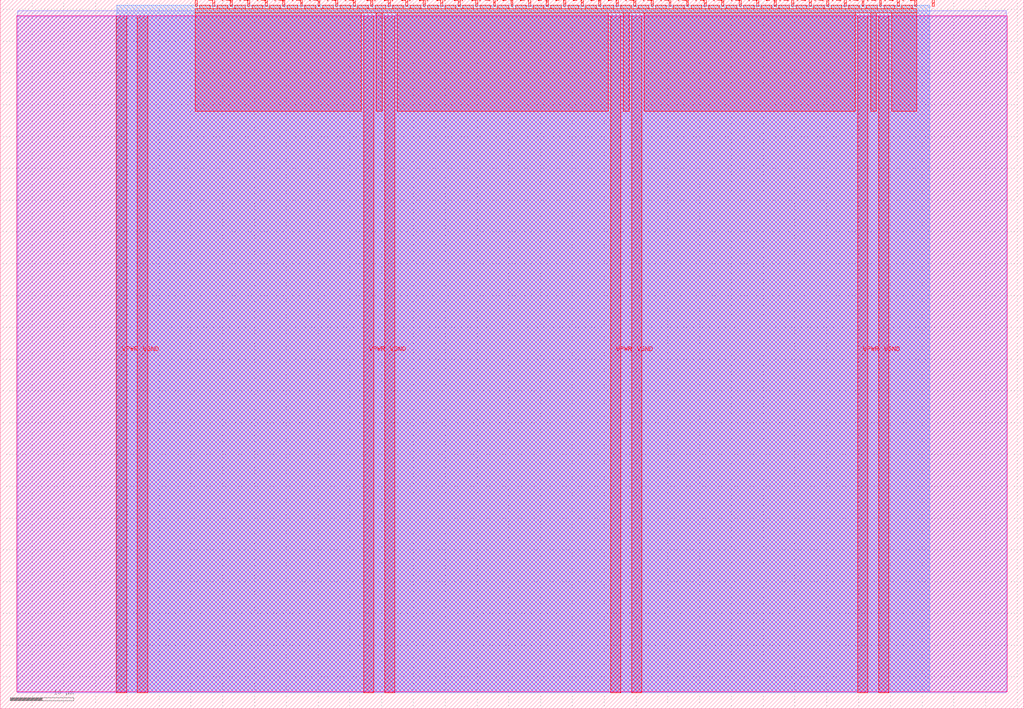
<source format=lef>
VERSION 5.7 ;
  NOWIREEXTENSIONATPIN ON ;
  DIVIDERCHAR "/" ;
  BUSBITCHARS "[]" ;
MACRO tt_um_wokwi_414120509472942081
  CLASS BLOCK ;
  FOREIGN tt_um_wokwi_414120509472942081 ;
  ORIGIN 0.000 0.000 ;
  SIZE 161.000 BY 111.520 ;
  PIN VGND
    DIRECTION INOUT ;
    USE GROUND ;
    PORT
      LAYER met4 ;
        RECT 21.580 2.480 23.180 109.040 ;
    END
    PORT
      LAYER met4 ;
        RECT 60.450 2.480 62.050 109.040 ;
    END
    PORT
      LAYER met4 ;
        RECT 99.320 2.480 100.920 109.040 ;
    END
    PORT
      LAYER met4 ;
        RECT 138.190 2.480 139.790 109.040 ;
    END
  END VGND
  PIN VPWR
    DIRECTION INOUT ;
    USE POWER ;
    PORT
      LAYER met4 ;
        RECT 18.280 2.480 19.880 109.040 ;
    END
    PORT
      LAYER met4 ;
        RECT 57.150 2.480 58.750 109.040 ;
    END
    PORT
      LAYER met4 ;
        RECT 96.020 2.480 97.620 109.040 ;
    END
    PORT
      LAYER met4 ;
        RECT 134.890 2.480 136.490 109.040 ;
    END
  END VPWR
  PIN clk
    DIRECTION INPUT ;
    USE SIGNAL ;
    ANTENNAGATEAREA 0.495000 ;
    PORT
      LAYER met4 ;
        RECT 143.830 110.520 144.130 111.520 ;
    END
  END clk
  PIN ena
    DIRECTION INPUT ;
    USE SIGNAL ;
    PORT
      LAYER met4 ;
        RECT 146.590 110.520 146.890 111.520 ;
    END
  END ena
  PIN rst_n
    DIRECTION INPUT ;
    USE SIGNAL ;
    ANTENNAGATEAREA 0.196500 ;
    PORT
      LAYER met4 ;
        RECT 141.070 110.520 141.370 111.520 ;
    END
  END rst_n
  PIN ui_in[0]
    DIRECTION INPUT ;
    USE SIGNAL ;
    ANTENNAGATEAREA 0.196500 ;
    PORT
      LAYER met4 ;
        RECT 138.310 110.520 138.610 111.520 ;
    END
  END ui_in[0]
  PIN ui_in[1]
    DIRECTION INPUT ;
    USE SIGNAL ;
    ANTENNAGATEAREA 0.196500 ;
    PORT
      LAYER met4 ;
        RECT 135.550 110.520 135.850 111.520 ;
    END
  END ui_in[1]
  PIN ui_in[2]
    DIRECTION INPUT ;
    USE SIGNAL ;
    ANTENNAGATEAREA 0.196500 ;
    PORT
      LAYER met4 ;
        RECT 132.790 110.520 133.090 111.520 ;
    END
  END ui_in[2]
  PIN ui_in[3]
    DIRECTION INPUT ;
    USE SIGNAL ;
    ANTENNAGATEAREA 0.196500 ;
    PORT
      LAYER met4 ;
        RECT 130.030 110.520 130.330 111.520 ;
    END
  END ui_in[3]
  PIN ui_in[4]
    DIRECTION INPUT ;
    USE SIGNAL ;
    ANTENNAGATEAREA 0.196500 ;
    PORT
      LAYER met4 ;
        RECT 127.270 110.520 127.570 111.520 ;
    END
  END ui_in[4]
  PIN ui_in[5]
    DIRECTION INPUT ;
    USE SIGNAL ;
    ANTENNAGATEAREA 0.196500 ;
    PORT
      LAYER met4 ;
        RECT 124.510 110.520 124.810 111.520 ;
    END
  END ui_in[5]
  PIN ui_in[6]
    DIRECTION INPUT ;
    USE SIGNAL ;
    ANTENNAGATEAREA 0.196500 ;
    PORT
      LAYER met4 ;
        RECT 121.750 110.520 122.050 111.520 ;
    END
  END ui_in[6]
  PIN ui_in[7]
    DIRECTION INPUT ;
    USE SIGNAL ;
    ANTENNAGATEAREA 0.196500 ;
    PORT
      LAYER met4 ;
        RECT 118.990 110.520 119.290 111.520 ;
    END
  END ui_in[7]
  PIN uio_in[0]
    DIRECTION INPUT ;
    USE SIGNAL ;
    PORT
      LAYER met4 ;
        RECT 116.230 110.520 116.530 111.520 ;
    END
  END uio_in[0]
  PIN uio_in[1]
    DIRECTION INPUT ;
    USE SIGNAL ;
    PORT
      LAYER met4 ;
        RECT 113.470 110.520 113.770 111.520 ;
    END
  END uio_in[1]
  PIN uio_in[2]
    DIRECTION INPUT ;
    USE SIGNAL ;
    PORT
      LAYER met4 ;
        RECT 110.710 110.520 111.010 111.520 ;
    END
  END uio_in[2]
  PIN uio_in[3]
    DIRECTION INPUT ;
    USE SIGNAL ;
    PORT
      LAYER met4 ;
        RECT 107.950 110.520 108.250 111.520 ;
    END
  END uio_in[3]
  PIN uio_in[4]
    DIRECTION INPUT ;
    USE SIGNAL ;
    PORT
      LAYER met4 ;
        RECT 105.190 110.520 105.490 111.520 ;
    END
  END uio_in[4]
  PIN uio_in[5]
    DIRECTION INPUT ;
    USE SIGNAL ;
    PORT
      LAYER met4 ;
        RECT 102.430 110.520 102.730 111.520 ;
    END
  END uio_in[5]
  PIN uio_in[6]
    DIRECTION INPUT ;
    USE SIGNAL ;
    PORT
      LAYER met4 ;
        RECT 99.670 110.520 99.970 111.520 ;
    END
  END uio_in[6]
  PIN uio_in[7]
    DIRECTION INPUT ;
    USE SIGNAL ;
    PORT
      LAYER met4 ;
        RECT 96.910 110.520 97.210 111.520 ;
    END
  END uio_in[7]
  PIN uio_oe[0]
    DIRECTION OUTPUT ;
    USE SIGNAL ;
    PORT
      LAYER met4 ;
        RECT 49.990 110.520 50.290 111.520 ;
    END
  END uio_oe[0]
  PIN uio_oe[1]
    DIRECTION OUTPUT ;
    USE SIGNAL ;
    PORT
      LAYER met4 ;
        RECT 47.230 110.520 47.530 111.520 ;
    END
  END uio_oe[1]
  PIN uio_oe[2]
    DIRECTION OUTPUT ;
    USE SIGNAL ;
    PORT
      LAYER met4 ;
        RECT 44.470 110.520 44.770 111.520 ;
    END
  END uio_oe[2]
  PIN uio_oe[3]
    DIRECTION OUTPUT ;
    USE SIGNAL ;
    PORT
      LAYER met4 ;
        RECT 41.710 110.520 42.010 111.520 ;
    END
  END uio_oe[3]
  PIN uio_oe[4]
    DIRECTION OUTPUT ;
    USE SIGNAL ;
    PORT
      LAYER met4 ;
        RECT 38.950 110.520 39.250 111.520 ;
    END
  END uio_oe[4]
  PIN uio_oe[5]
    DIRECTION OUTPUT ;
    USE SIGNAL ;
    PORT
      LAYER met4 ;
        RECT 36.190 110.520 36.490 111.520 ;
    END
  END uio_oe[5]
  PIN uio_oe[6]
    DIRECTION OUTPUT ;
    USE SIGNAL ;
    PORT
      LAYER met4 ;
        RECT 33.430 110.520 33.730 111.520 ;
    END
  END uio_oe[6]
  PIN uio_oe[7]
    DIRECTION OUTPUT ;
    USE SIGNAL ;
    PORT
      LAYER met4 ;
        RECT 30.670 110.520 30.970 111.520 ;
    END
  END uio_oe[7]
  PIN uio_out[0]
    DIRECTION OUTPUT ;
    USE SIGNAL ;
    PORT
      LAYER met4 ;
        RECT 72.070 110.520 72.370 111.520 ;
    END
  END uio_out[0]
  PIN uio_out[1]
    DIRECTION OUTPUT ;
    USE SIGNAL ;
    PORT
      LAYER met4 ;
        RECT 69.310 110.520 69.610 111.520 ;
    END
  END uio_out[1]
  PIN uio_out[2]
    DIRECTION OUTPUT ;
    USE SIGNAL ;
    PORT
      LAYER met4 ;
        RECT 66.550 110.520 66.850 111.520 ;
    END
  END uio_out[2]
  PIN uio_out[3]
    DIRECTION OUTPUT ;
    USE SIGNAL ;
    PORT
      LAYER met4 ;
        RECT 63.790 110.520 64.090 111.520 ;
    END
  END uio_out[3]
  PIN uio_out[4]
    DIRECTION OUTPUT ;
    USE SIGNAL ;
    PORT
      LAYER met4 ;
        RECT 61.030 110.520 61.330 111.520 ;
    END
  END uio_out[4]
  PIN uio_out[5]
    DIRECTION OUTPUT ;
    USE SIGNAL ;
    PORT
      LAYER met4 ;
        RECT 58.270 110.520 58.570 111.520 ;
    END
  END uio_out[5]
  PIN uio_out[6]
    DIRECTION OUTPUT ;
    USE SIGNAL ;
    PORT
      LAYER met4 ;
        RECT 55.510 110.520 55.810 111.520 ;
    END
  END uio_out[6]
  PIN uio_out[7]
    DIRECTION OUTPUT ;
    USE SIGNAL ;
    PORT
      LAYER met4 ;
        RECT 52.750 110.520 53.050 111.520 ;
    END
  END uio_out[7]
  PIN uo_out[0]
    DIRECTION OUTPUT ;
    USE SIGNAL ;
    ANTENNADIFFAREA 0.445500 ;
    PORT
      LAYER met4 ;
        RECT 94.150 110.520 94.450 111.520 ;
    END
  END uo_out[0]
  PIN uo_out[1]
    DIRECTION OUTPUT ;
    USE SIGNAL ;
    ANTENNADIFFAREA 0.795200 ;
    PORT
      LAYER met4 ;
        RECT 91.390 110.520 91.690 111.520 ;
    END
  END uo_out[1]
  PIN uo_out[2]
    DIRECTION OUTPUT ;
    USE SIGNAL ;
    ANTENNADIFFAREA 0.795200 ;
    PORT
      LAYER met4 ;
        RECT 88.630 110.520 88.930 111.520 ;
    END
  END uo_out[2]
  PIN uo_out[3]
    DIRECTION OUTPUT ;
    USE SIGNAL ;
    ANTENNADIFFAREA 0.795200 ;
    PORT
      LAYER met4 ;
        RECT 85.870 110.520 86.170 111.520 ;
    END
  END uo_out[3]
  PIN uo_out[4]
    DIRECTION OUTPUT ;
    USE SIGNAL ;
    PORT
      LAYER met4 ;
        RECT 83.110 110.520 83.410 111.520 ;
    END
  END uo_out[4]
  PIN uo_out[5]
    DIRECTION OUTPUT ;
    USE SIGNAL ;
    PORT
      LAYER met4 ;
        RECT 80.350 110.520 80.650 111.520 ;
    END
  END uo_out[5]
  PIN uo_out[6]
    DIRECTION OUTPUT ;
    USE SIGNAL ;
    PORT
      LAYER met4 ;
        RECT 77.590 110.520 77.890 111.520 ;
    END
  END uo_out[6]
  PIN uo_out[7]
    DIRECTION OUTPUT ;
    USE SIGNAL ;
    PORT
      LAYER met4 ;
        RECT 74.830 110.520 75.130 111.520 ;
    END
  END uo_out[7]
  OBS
      LAYER nwell ;
        RECT 2.570 2.635 158.430 108.990 ;
      LAYER li1 ;
        RECT 2.760 2.635 158.240 108.885 ;
      LAYER met1 ;
        RECT 2.760 2.480 158.240 109.780 ;
      LAYER met2 ;
        RECT 18.310 2.535 146.190 110.685 ;
      LAYER met3 ;
        RECT 18.290 2.555 146.215 110.665 ;
      LAYER met4 ;
        RECT 31.370 110.120 33.030 110.665 ;
        RECT 34.130 110.120 35.790 110.665 ;
        RECT 36.890 110.120 38.550 110.665 ;
        RECT 39.650 110.120 41.310 110.665 ;
        RECT 42.410 110.120 44.070 110.665 ;
        RECT 45.170 110.120 46.830 110.665 ;
        RECT 47.930 110.120 49.590 110.665 ;
        RECT 50.690 110.120 52.350 110.665 ;
        RECT 53.450 110.120 55.110 110.665 ;
        RECT 56.210 110.120 57.870 110.665 ;
        RECT 58.970 110.120 60.630 110.665 ;
        RECT 61.730 110.120 63.390 110.665 ;
        RECT 64.490 110.120 66.150 110.665 ;
        RECT 67.250 110.120 68.910 110.665 ;
        RECT 70.010 110.120 71.670 110.665 ;
        RECT 72.770 110.120 74.430 110.665 ;
        RECT 75.530 110.120 77.190 110.665 ;
        RECT 78.290 110.120 79.950 110.665 ;
        RECT 81.050 110.120 82.710 110.665 ;
        RECT 83.810 110.120 85.470 110.665 ;
        RECT 86.570 110.120 88.230 110.665 ;
        RECT 89.330 110.120 90.990 110.665 ;
        RECT 92.090 110.120 93.750 110.665 ;
        RECT 94.850 110.120 96.510 110.665 ;
        RECT 97.610 110.120 99.270 110.665 ;
        RECT 100.370 110.120 102.030 110.665 ;
        RECT 103.130 110.120 104.790 110.665 ;
        RECT 105.890 110.120 107.550 110.665 ;
        RECT 108.650 110.120 110.310 110.665 ;
        RECT 111.410 110.120 113.070 110.665 ;
        RECT 114.170 110.120 115.830 110.665 ;
        RECT 116.930 110.120 118.590 110.665 ;
        RECT 119.690 110.120 121.350 110.665 ;
        RECT 122.450 110.120 124.110 110.665 ;
        RECT 125.210 110.120 126.870 110.665 ;
        RECT 127.970 110.120 129.630 110.665 ;
        RECT 130.730 110.120 132.390 110.665 ;
        RECT 133.490 110.120 135.150 110.665 ;
        RECT 136.250 110.120 137.910 110.665 ;
        RECT 139.010 110.120 140.670 110.665 ;
        RECT 141.770 110.120 143.430 110.665 ;
        RECT 30.655 109.440 144.145 110.120 ;
        RECT 30.655 94.015 56.750 109.440 ;
        RECT 59.150 94.015 60.050 109.440 ;
        RECT 62.450 94.015 95.620 109.440 ;
        RECT 98.020 94.015 98.920 109.440 ;
        RECT 101.320 94.015 134.490 109.440 ;
        RECT 136.890 94.015 137.790 109.440 ;
        RECT 140.190 94.015 144.145 109.440 ;
  END
END tt_um_wokwi_414120509472942081
END LIBRARY


</source>
